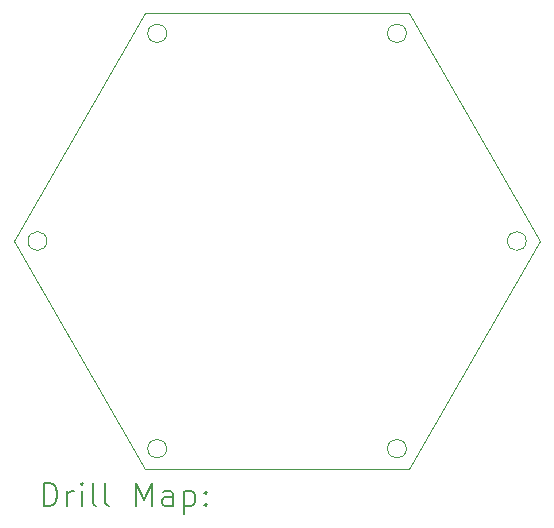
<source format=gbr>
%TF.GenerationSoftware,KiCad,Pcbnew,(6.0.8-1)-1*%
%TF.CreationDate,2022-11-16T20:24:57-05:00*%
%TF.ProjectId,Untitled,556e7469-746c-4656-942e-6b696361645f,rev?*%
%TF.SameCoordinates,Original*%
%TF.FileFunction,Drillmap*%
%TF.FilePolarity,Positive*%
%FSLAX45Y45*%
G04 Gerber Fmt 4.5, Leading zero omitted, Abs format (unit mm)*
G04 Created by KiCad (PCBNEW (6.0.8-1)-1) date 2022-11-16 20:24:57*
%MOMM*%
%LPD*%
G01*
G04 APERTURE LIST*
%ADD10C,0.100000*%
%ADD11C,0.200000*%
G04 APERTURE END LIST*
D10*
X9439000Y-7559000D02*
G75*
G03*
X9439000Y-7559000I-80000J0D01*
G01*
X8425000Y-5801000D02*
G75*
G03*
X8425000Y-5801000I-80000J0D01*
G01*
X9259000Y-3870000D02*
X8145000Y-5801000D01*
X11469000Y-7559000D02*
G75*
G03*
X11469000Y-7559000I-80000J0D01*
G01*
X11489000Y-3870000D02*
X9259000Y-3870000D01*
X9259000Y-7732000D02*
X11489000Y-7732000D01*
X8145000Y-5801000D02*
X9259000Y-7732000D01*
X12604000Y-5801000D02*
X11489000Y-7732000D01*
X12484000Y-5801000D02*
G75*
G03*
X12484000Y-5801000I-80000J0D01*
G01*
X11469000Y-4043000D02*
G75*
G03*
X11469000Y-4043000I-80000J0D01*
G01*
X9439000Y-4043000D02*
G75*
G03*
X9439000Y-4043000I-80000J0D01*
G01*
X12604000Y-5801000D02*
X11489000Y-3870000D01*
D11*
X8397619Y-8047476D02*
X8397619Y-7847476D01*
X8445238Y-7847476D01*
X8473810Y-7857000D01*
X8492857Y-7876048D01*
X8502381Y-7895095D01*
X8511905Y-7933190D01*
X8511905Y-7961762D01*
X8502381Y-7999857D01*
X8492857Y-8018905D01*
X8473810Y-8037952D01*
X8445238Y-8047476D01*
X8397619Y-8047476D01*
X8597619Y-8047476D02*
X8597619Y-7914143D01*
X8597619Y-7952238D02*
X8607143Y-7933190D01*
X8616667Y-7923667D01*
X8635714Y-7914143D01*
X8654762Y-7914143D01*
X8721429Y-8047476D02*
X8721429Y-7914143D01*
X8721429Y-7847476D02*
X8711905Y-7857000D01*
X8721429Y-7866524D01*
X8730952Y-7857000D01*
X8721429Y-7847476D01*
X8721429Y-7866524D01*
X8845238Y-8047476D02*
X8826190Y-8037952D01*
X8816667Y-8018905D01*
X8816667Y-7847476D01*
X8950000Y-8047476D02*
X8930952Y-8037952D01*
X8921429Y-8018905D01*
X8921429Y-7847476D01*
X9178571Y-8047476D02*
X9178571Y-7847476D01*
X9245238Y-7990333D01*
X9311905Y-7847476D01*
X9311905Y-8047476D01*
X9492857Y-8047476D02*
X9492857Y-7942714D01*
X9483333Y-7923667D01*
X9464286Y-7914143D01*
X9426190Y-7914143D01*
X9407143Y-7923667D01*
X9492857Y-8037952D02*
X9473810Y-8047476D01*
X9426190Y-8047476D01*
X9407143Y-8037952D01*
X9397619Y-8018905D01*
X9397619Y-7999857D01*
X9407143Y-7980809D01*
X9426190Y-7971286D01*
X9473810Y-7971286D01*
X9492857Y-7961762D01*
X9588095Y-7914143D02*
X9588095Y-8114143D01*
X9588095Y-7923667D02*
X9607143Y-7914143D01*
X9645238Y-7914143D01*
X9664286Y-7923667D01*
X9673810Y-7933190D01*
X9683333Y-7952238D01*
X9683333Y-8009381D01*
X9673810Y-8028428D01*
X9664286Y-8037952D01*
X9645238Y-8047476D01*
X9607143Y-8047476D01*
X9588095Y-8037952D01*
X9769048Y-8028428D02*
X9778571Y-8037952D01*
X9769048Y-8047476D01*
X9759524Y-8037952D01*
X9769048Y-8028428D01*
X9769048Y-8047476D01*
X9769048Y-7923667D02*
X9778571Y-7933190D01*
X9769048Y-7942714D01*
X9759524Y-7933190D01*
X9769048Y-7923667D01*
X9769048Y-7942714D01*
M02*

</source>
